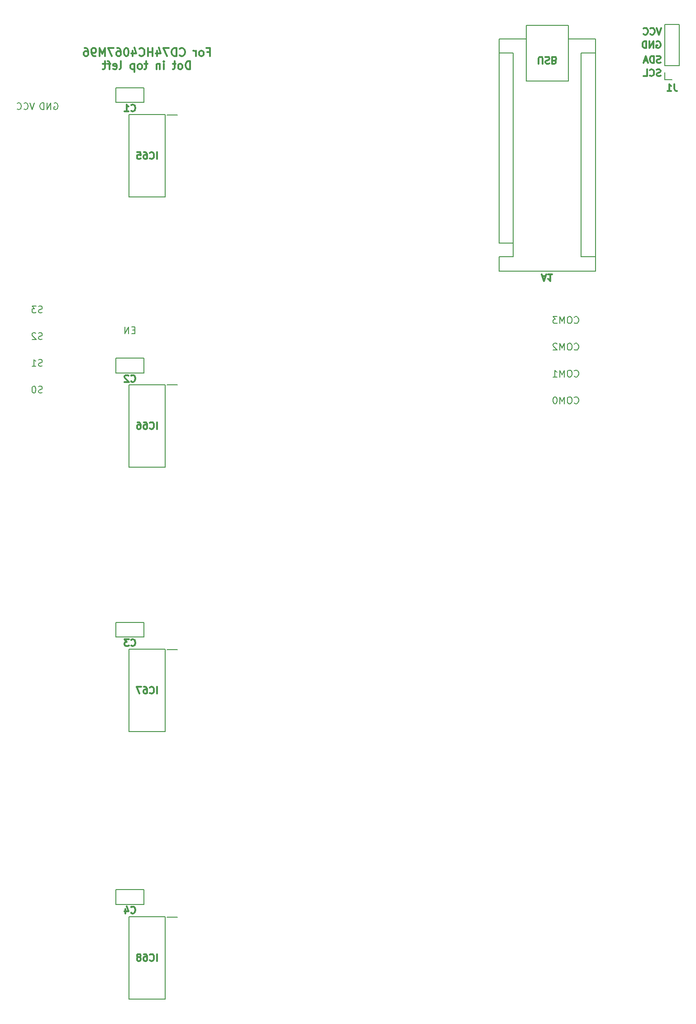
<source format=gbo>
G04 #@! TF.GenerationSoftware,KiCad,Pcbnew,8.0.8*
G04 #@! TF.CreationDate,2025-02-02T20:06:00-05:00*
G04 #@! TF.ProjectId,Chessboard Hardware,43686573-7362-46f6-9172-642048617264,1*
G04 #@! TF.SameCoordinates,Original*
G04 #@! TF.FileFunction,Legend,Bot*
G04 #@! TF.FilePolarity,Positive*
%FSLAX46Y46*%
G04 Gerber Fmt 4.6, Leading zero omitted, Abs format (unit mm)*
G04 Created by KiCad (PCBNEW 8.0.8) date 2025-02-02 20:06:00*
%MOMM*%
%LPD*%
G01*
G04 APERTURE LIST*
%ADD10C,0.300000*%
%ADD11C,0.200000*%
%ADD12C,0.304800*%
%ADD13R,1.600000X1.600000*%
%ADD14O,1.600000X1.600000*%
%ADD15R,1.700000X1.700000*%
%ADD16O,1.700000X1.700000*%
%ADD17C,1.600000*%
%ADD18R,1.080000X1.080000*%
%ADD19C,1.080000*%
%ADD20R,2.000000X2.000000*%
%ADD21R,1.950000X0.650000*%
G04 APERTURE END LIST*
D10*
X245335012Y-53619452D02*
X245455965Y-53558976D01*
X245455965Y-53558976D02*
X245637393Y-53558976D01*
X245637393Y-53558976D02*
X245818822Y-53619452D01*
X245818822Y-53619452D02*
X245939774Y-53740404D01*
X245939774Y-53740404D02*
X246000251Y-53861357D01*
X246000251Y-53861357D02*
X246060727Y-54103261D01*
X246060727Y-54103261D02*
X246060727Y-54284690D01*
X246060727Y-54284690D02*
X246000251Y-54526595D01*
X246000251Y-54526595D02*
X245939774Y-54647547D01*
X245939774Y-54647547D02*
X245818822Y-54768500D01*
X245818822Y-54768500D02*
X245637393Y-54828976D01*
X245637393Y-54828976D02*
X245516441Y-54828976D01*
X245516441Y-54828976D02*
X245335012Y-54768500D01*
X245335012Y-54768500D02*
X245274536Y-54708023D01*
X245274536Y-54708023D02*
X245274536Y-54284690D01*
X245274536Y-54284690D02*
X245516441Y-54284690D01*
X244730251Y-54828976D02*
X244730251Y-53558976D01*
X244730251Y-53558976D02*
X244004536Y-54828976D01*
X244004536Y-54828976D02*
X244004536Y-53558976D01*
X243399775Y-54828976D02*
X243399775Y-53558976D01*
X243399775Y-53558976D02*
X243097394Y-53558976D01*
X243097394Y-53558976D02*
X242915965Y-53619452D01*
X242915965Y-53619452D02*
X242795013Y-53740404D01*
X242795013Y-53740404D02*
X242734536Y-53861357D01*
X242734536Y-53861357D02*
X242674060Y-54103261D01*
X242674060Y-54103261D02*
X242674060Y-54284690D01*
X242674060Y-54284690D02*
X242734536Y-54526595D01*
X242734536Y-54526595D02*
X242795013Y-54647547D01*
X242795013Y-54647547D02*
X242915965Y-54768500D01*
X242915965Y-54768500D02*
X243097394Y-54828976D01*
X243097394Y-54828976D02*
X243399775Y-54828976D01*
X246060727Y-57518500D02*
X245879298Y-57578976D01*
X245879298Y-57578976D02*
X245576917Y-57578976D01*
X245576917Y-57578976D02*
X245455965Y-57518500D01*
X245455965Y-57518500D02*
X245395489Y-57458023D01*
X245395489Y-57458023D02*
X245335012Y-57337071D01*
X245335012Y-57337071D02*
X245335012Y-57216119D01*
X245335012Y-57216119D02*
X245395489Y-57095166D01*
X245395489Y-57095166D02*
X245455965Y-57034690D01*
X245455965Y-57034690D02*
X245576917Y-56974214D01*
X245576917Y-56974214D02*
X245818822Y-56913738D01*
X245818822Y-56913738D02*
X245939774Y-56853261D01*
X245939774Y-56853261D02*
X246000251Y-56792785D01*
X246000251Y-56792785D02*
X246060727Y-56671833D01*
X246060727Y-56671833D02*
X246060727Y-56550880D01*
X246060727Y-56550880D02*
X246000251Y-56429928D01*
X246000251Y-56429928D02*
X245939774Y-56369452D01*
X245939774Y-56369452D02*
X245818822Y-56308976D01*
X245818822Y-56308976D02*
X245516441Y-56308976D01*
X245516441Y-56308976D02*
X245335012Y-56369452D01*
X244790727Y-57578976D02*
X244790727Y-56308976D01*
X244790727Y-56308976D02*
X244488346Y-56308976D01*
X244488346Y-56308976D02*
X244306917Y-56369452D01*
X244306917Y-56369452D02*
X244185965Y-56490404D01*
X244185965Y-56490404D02*
X244125488Y-56611357D01*
X244125488Y-56611357D02*
X244065012Y-56853261D01*
X244065012Y-56853261D02*
X244065012Y-57034690D01*
X244065012Y-57034690D02*
X244125488Y-57276595D01*
X244125488Y-57276595D02*
X244185965Y-57397547D01*
X244185965Y-57397547D02*
X244306917Y-57518500D01*
X244306917Y-57518500D02*
X244488346Y-57578976D01*
X244488346Y-57578976D02*
X244790727Y-57578976D01*
X243581203Y-57216119D02*
X242976441Y-57216119D01*
X243702155Y-57578976D02*
X243278822Y-56308976D01*
X243278822Y-56308976D02*
X242855488Y-57578976D01*
X246060727Y-60018500D02*
X245879298Y-60078976D01*
X245879298Y-60078976D02*
X245576917Y-60078976D01*
X245576917Y-60078976D02*
X245455965Y-60018500D01*
X245455965Y-60018500D02*
X245395489Y-59958023D01*
X245395489Y-59958023D02*
X245335012Y-59837071D01*
X245335012Y-59837071D02*
X245335012Y-59716119D01*
X245335012Y-59716119D02*
X245395489Y-59595166D01*
X245395489Y-59595166D02*
X245455965Y-59534690D01*
X245455965Y-59534690D02*
X245576917Y-59474214D01*
X245576917Y-59474214D02*
X245818822Y-59413738D01*
X245818822Y-59413738D02*
X245939774Y-59353261D01*
X245939774Y-59353261D02*
X246000251Y-59292785D01*
X246000251Y-59292785D02*
X246060727Y-59171833D01*
X246060727Y-59171833D02*
X246060727Y-59050880D01*
X246060727Y-59050880D02*
X246000251Y-58929928D01*
X246000251Y-58929928D02*
X245939774Y-58869452D01*
X245939774Y-58869452D02*
X245818822Y-58808976D01*
X245818822Y-58808976D02*
X245516441Y-58808976D01*
X245516441Y-58808976D02*
X245335012Y-58869452D01*
X244065012Y-59958023D02*
X244125488Y-60018500D01*
X244125488Y-60018500D02*
X244306917Y-60078976D01*
X244306917Y-60078976D02*
X244427869Y-60078976D01*
X244427869Y-60078976D02*
X244609298Y-60018500D01*
X244609298Y-60018500D02*
X244730250Y-59897547D01*
X244730250Y-59897547D02*
X244790727Y-59776595D01*
X244790727Y-59776595D02*
X244851203Y-59534690D01*
X244851203Y-59534690D02*
X244851203Y-59353261D01*
X244851203Y-59353261D02*
X244790727Y-59111357D01*
X244790727Y-59111357D02*
X244730250Y-58990404D01*
X244730250Y-58990404D02*
X244609298Y-58869452D01*
X244609298Y-58869452D02*
X244427869Y-58808976D01*
X244427869Y-58808976D02*
X244306917Y-58808976D01*
X244306917Y-58808976D02*
X244125488Y-58869452D01*
X244125488Y-58869452D02*
X244065012Y-58929928D01*
X242915965Y-60078976D02*
X243520727Y-60078976D01*
X243520727Y-60078976D02*
X243520727Y-58808976D01*
D11*
X229947754Y-116213223D02*
X230008230Y-116273700D01*
X230008230Y-116273700D02*
X230189659Y-116334176D01*
X230189659Y-116334176D02*
X230310611Y-116334176D01*
X230310611Y-116334176D02*
X230492040Y-116273700D01*
X230492040Y-116273700D02*
X230612992Y-116152747D01*
X230612992Y-116152747D02*
X230673469Y-116031795D01*
X230673469Y-116031795D02*
X230733945Y-115789890D01*
X230733945Y-115789890D02*
X230733945Y-115608461D01*
X230733945Y-115608461D02*
X230673469Y-115366557D01*
X230673469Y-115366557D02*
X230612992Y-115245604D01*
X230612992Y-115245604D02*
X230492040Y-115124652D01*
X230492040Y-115124652D02*
X230310611Y-115064176D01*
X230310611Y-115064176D02*
X230189659Y-115064176D01*
X230189659Y-115064176D02*
X230008230Y-115124652D01*
X230008230Y-115124652D02*
X229947754Y-115185128D01*
X229161564Y-115064176D02*
X228919659Y-115064176D01*
X228919659Y-115064176D02*
X228798707Y-115124652D01*
X228798707Y-115124652D02*
X228677754Y-115245604D01*
X228677754Y-115245604D02*
X228617278Y-115487509D01*
X228617278Y-115487509D02*
X228617278Y-115910842D01*
X228617278Y-115910842D02*
X228677754Y-116152747D01*
X228677754Y-116152747D02*
X228798707Y-116273700D01*
X228798707Y-116273700D02*
X228919659Y-116334176D01*
X228919659Y-116334176D02*
X229161564Y-116334176D01*
X229161564Y-116334176D02*
X229282516Y-116273700D01*
X229282516Y-116273700D02*
X229403469Y-116152747D01*
X229403469Y-116152747D02*
X229463945Y-115910842D01*
X229463945Y-115910842D02*
X229463945Y-115487509D01*
X229463945Y-115487509D02*
X229403469Y-115245604D01*
X229403469Y-115245604D02*
X229282516Y-115124652D01*
X229282516Y-115124652D02*
X229161564Y-115064176D01*
X228072993Y-116334176D02*
X228072993Y-115064176D01*
X228072993Y-115064176D02*
X227649659Y-115971319D01*
X227649659Y-115971319D02*
X227226326Y-115064176D01*
X227226326Y-115064176D02*
X227226326Y-116334176D01*
X225956325Y-116334176D02*
X226682040Y-116334176D01*
X226319183Y-116334176D02*
X226319183Y-115064176D01*
X226319183Y-115064176D02*
X226440135Y-115245604D01*
X226440135Y-115245604D02*
X226561087Y-115366557D01*
X226561087Y-115366557D02*
X226682040Y-115427033D01*
X130391565Y-104273700D02*
X130210136Y-104334176D01*
X130210136Y-104334176D02*
X129907755Y-104334176D01*
X129907755Y-104334176D02*
X129786803Y-104273700D01*
X129786803Y-104273700D02*
X129726327Y-104213223D01*
X129726327Y-104213223D02*
X129665850Y-104092271D01*
X129665850Y-104092271D02*
X129665850Y-103971319D01*
X129665850Y-103971319D02*
X129726327Y-103850366D01*
X129726327Y-103850366D02*
X129786803Y-103789890D01*
X129786803Y-103789890D02*
X129907755Y-103729414D01*
X129907755Y-103729414D02*
X130149660Y-103668938D01*
X130149660Y-103668938D02*
X130270612Y-103608461D01*
X130270612Y-103608461D02*
X130331089Y-103547985D01*
X130331089Y-103547985D02*
X130391565Y-103427033D01*
X130391565Y-103427033D02*
X130391565Y-103306080D01*
X130391565Y-103306080D02*
X130331089Y-103185128D01*
X130331089Y-103185128D02*
X130270612Y-103124652D01*
X130270612Y-103124652D02*
X130149660Y-103064176D01*
X130149660Y-103064176D02*
X129847279Y-103064176D01*
X129847279Y-103064176D02*
X129665850Y-103124652D01*
X129242517Y-103064176D02*
X128456326Y-103064176D01*
X128456326Y-103064176D02*
X128879660Y-103547985D01*
X128879660Y-103547985D02*
X128698231Y-103547985D01*
X128698231Y-103547985D02*
X128577279Y-103608461D01*
X128577279Y-103608461D02*
X128516803Y-103668938D01*
X128516803Y-103668938D02*
X128456326Y-103789890D01*
X128456326Y-103789890D02*
X128456326Y-104092271D01*
X128456326Y-104092271D02*
X128516803Y-104213223D01*
X128516803Y-104213223D02*
X128577279Y-104273700D01*
X128577279Y-104273700D02*
X128698231Y-104334176D01*
X128698231Y-104334176D02*
X129061088Y-104334176D01*
X129061088Y-104334176D02*
X129182041Y-104273700D01*
X129182041Y-104273700D02*
X129242517Y-104213223D01*
D12*
X161284858Y-55545800D02*
X161792858Y-55545800D01*
X161792858Y-56344086D02*
X161792858Y-54820086D01*
X161792858Y-54820086D02*
X161067144Y-54820086D01*
X160268858Y-56344086D02*
X160414001Y-56271515D01*
X160414001Y-56271515D02*
X160486572Y-56198943D01*
X160486572Y-56198943D02*
X160559144Y-56053800D01*
X160559144Y-56053800D02*
X160559144Y-55618372D01*
X160559144Y-55618372D02*
X160486572Y-55473229D01*
X160486572Y-55473229D02*
X160414001Y-55400657D01*
X160414001Y-55400657D02*
X160268858Y-55328086D01*
X160268858Y-55328086D02*
X160051144Y-55328086D01*
X160051144Y-55328086D02*
X159906001Y-55400657D01*
X159906001Y-55400657D02*
X159833430Y-55473229D01*
X159833430Y-55473229D02*
X159760858Y-55618372D01*
X159760858Y-55618372D02*
X159760858Y-56053800D01*
X159760858Y-56053800D02*
X159833430Y-56198943D01*
X159833430Y-56198943D02*
X159906001Y-56271515D01*
X159906001Y-56271515D02*
X160051144Y-56344086D01*
X160051144Y-56344086D02*
X160268858Y-56344086D01*
X159107715Y-56344086D02*
X159107715Y-55328086D01*
X159107715Y-55618372D02*
X159035144Y-55473229D01*
X159035144Y-55473229D02*
X158962573Y-55400657D01*
X158962573Y-55400657D02*
X158817430Y-55328086D01*
X158817430Y-55328086D02*
X158672287Y-55328086D01*
X156132286Y-56198943D02*
X156204858Y-56271515D01*
X156204858Y-56271515D02*
X156422572Y-56344086D01*
X156422572Y-56344086D02*
X156567715Y-56344086D01*
X156567715Y-56344086D02*
X156785429Y-56271515D01*
X156785429Y-56271515D02*
X156930572Y-56126372D01*
X156930572Y-56126372D02*
X157003143Y-55981229D01*
X157003143Y-55981229D02*
X157075715Y-55690943D01*
X157075715Y-55690943D02*
X157075715Y-55473229D01*
X157075715Y-55473229D02*
X157003143Y-55182943D01*
X157003143Y-55182943D02*
X156930572Y-55037800D01*
X156930572Y-55037800D02*
X156785429Y-54892657D01*
X156785429Y-54892657D02*
X156567715Y-54820086D01*
X156567715Y-54820086D02*
X156422572Y-54820086D01*
X156422572Y-54820086D02*
X156204858Y-54892657D01*
X156204858Y-54892657D02*
X156132286Y-54965229D01*
X155479143Y-56344086D02*
X155479143Y-54820086D01*
X155479143Y-54820086D02*
X155116286Y-54820086D01*
X155116286Y-54820086D02*
X154898572Y-54892657D01*
X154898572Y-54892657D02*
X154753429Y-55037800D01*
X154753429Y-55037800D02*
X154680858Y-55182943D01*
X154680858Y-55182943D02*
X154608286Y-55473229D01*
X154608286Y-55473229D02*
X154608286Y-55690943D01*
X154608286Y-55690943D02*
X154680858Y-55981229D01*
X154680858Y-55981229D02*
X154753429Y-56126372D01*
X154753429Y-56126372D02*
X154898572Y-56271515D01*
X154898572Y-56271515D02*
X155116286Y-56344086D01*
X155116286Y-56344086D02*
X155479143Y-56344086D01*
X154100286Y-54820086D02*
X153084286Y-54820086D01*
X153084286Y-54820086D02*
X153737429Y-56344086D01*
X151850572Y-55328086D02*
X151850572Y-56344086D01*
X152213429Y-54747515D02*
X152576286Y-55836086D01*
X152576286Y-55836086D02*
X151632857Y-55836086D01*
X151052285Y-56344086D02*
X151052285Y-54820086D01*
X151052285Y-55545800D02*
X150181428Y-55545800D01*
X150181428Y-56344086D02*
X150181428Y-54820086D01*
X148584857Y-56198943D02*
X148657429Y-56271515D01*
X148657429Y-56271515D02*
X148875143Y-56344086D01*
X148875143Y-56344086D02*
X149020286Y-56344086D01*
X149020286Y-56344086D02*
X149238000Y-56271515D01*
X149238000Y-56271515D02*
X149383143Y-56126372D01*
X149383143Y-56126372D02*
X149455714Y-55981229D01*
X149455714Y-55981229D02*
X149528286Y-55690943D01*
X149528286Y-55690943D02*
X149528286Y-55473229D01*
X149528286Y-55473229D02*
X149455714Y-55182943D01*
X149455714Y-55182943D02*
X149383143Y-55037800D01*
X149383143Y-55037800D02*
X149238000Y-54892657D01*
X149238000Y-54892657D02*
X149020286Y-54820086D01*
X149020286Y-54820086D02*
X148875143Y-54820086D01*
X148875143Y-54820086D02*
X148657429Y-54892657D01*
X148657429Y-54892657D02*
X148584857Y-54965229D01*
X147278572Y-55328086D02*
X147278572Y-56344086D01*
X147641429Y-54747515D02*
X148004286Y-55836086D01*
X148004286Y-55836086D02*
X147060857Y-55836086D01*
X146190000Y-54820086D02*
X146044857Y-54820086D01*
X146044857Y-54820086D02*
X145899714Y-54892657D01*
X145899714Y-54892657D02*
X145827143Y-54965229D01*
X145827143Y-54965229D02*
X145754571Y-55110372D01*
X145754571Y-55110372D02*
X145682000Y-55400657D01*
X145682000Y-55400657D02*
X145682000Y-55763515D01*
X145682000Y-55763515D02*
X145754571Y-56053800D01*
X145754571Y-56053800D02*
X145827143Y-56198943D01*
X145827143Y-56198943D02*
X145899714Y-56271515D01*
X145899714Y-56271515D02*
X146044857Y-56344086D01*
X146044857Y-56344086D02*
X146190000Y-56344086D01*
X146190000Y-56344086D02*
X146335143Y-56271515D01*
X146335143Y-56271515D02*
X146407714Y-56198943D01*
X146407714Y-56198943D02*
X146480285Y-56053800D01*
X146480285Y-56053800D02*
X146552857Y-55763515D01*
X146552857Y-55763515D02*
X146552857Y-55400657D01*
X146552857Y-55400657D02*
X146480285Y-55110372D01*
X146480285Y-55110372D02*
X146407714Y-54965229D01*
X146407714Y-54965229D02*
X146335143Y-54892657D01*
X146335143Y-54892657D02*
X146190000Y-54820086D01*
X144375714Y-54820086D02*
X144665999Y-54820086D01*
X144665999Y-54820086D02*
X144811142Y-54892657D01*
X144811142Y-54892657D02*
X144883714Y-54965229D01*
X144883714Y-54965229D02*
X145028856Y-55182943D01*
X145028856Y-55182943D02*
X145101428Y-55473229D01*
X145101428Y-55473229D02*
X145101428Y-56053800D01*
X145101428Y-56053800D02*
X145028856Y-56198943D01*
X145028856Y-56198943D02*
X144956285Y-56271515D01*
X144956285Y-56271515D02*
X144811142Y-56344086D01*
X144811142Y-56344086D02*
X144520856Y-56344086D01*
X144520856Y-56344086D02*
X144375714Y-56271515D01*
X144375714Y-56271515D02*
X144303142Y-56198943D01*
X144303142Y-56198943D02*
X144230571Y-56053800D01*
X144230571Y-56053800D02*
X144230571Y-55690943D01*
X144230571Y-55690943D02*
X144303142Y-55545800D01*
X144303142Y-55545800D02*
X144375714Y-55473229D01*
X144375714Y-55473229D02*
X144520856Y-55400657D01*
X144520856Y-55400657D02*
X144811142Y-55400657D01*
X144811142Y-55400657D02*
X144956285Y-55473229D01*
X144956285Y-55473229D02*
X145028856Y-55545800D01*
X145028856Y-55545800D02*
X145101428Y-55690943D01*
X143722570Y-54820086D02*
X142706570Y-54820086D01*
X142706570Y-54820086D02*
X143359713Y-56344086D01*
X142125998Y-56344086D02*
X142125998Y-54820086D01*
X142125998Y-54820086D02*
X141617998Y-55908657D01*
X141617998Y-55908657D02*
X141109998Y-54820086D01*
X141109998Y-54820086D02*
X141109998Y-56344086D01*
X140311713Y-56344086D02*
X140021427Y-56344086D01*
X140021427Y-56344086D02*
X139876284Y-56271515D01*
X139876284Y-56271515D02*
X139803713Y-56198943D01*
X139803713Y-56198943D02*
X139658570Y-55981229D01*
X139658570Y-55981229D02*
X139585999Y-55690943D01*
X139585999Y-55690943D02*
X139585999Y-55110372D01*
X139585999Y-55110372D02*
X139658570Y-54965229D01*
X139658570Y-54965229D02*
X139731142Y-54892657D01*
X139731142Y-54892657D02*
X139876284Y-54820086D01*
X139876284Y-54820086D02*
X140166570Y-54820086D01*
X140166570Y-54820086D02*
X140311713Y-54892657D01*
X140311713Y-54892657D02*
X140384284Y-54965229D01*
X140384284Y-54965229D02*
X140456856Y-55110372D01*
X140456856Y-55110372D02*
X140456856Y-55473229D01*
X140456856Y-55473229D02*
X140384284Y-55618372D01*
X140384284Y-55618372D02*
X140311713Y-55690943D01*
X140311713Y-55690943D02*
X140166570Y-55763515D01*
X140166570Y-55763515D02*
X139876284Y-55763515D01*
X139876284Y-55763515D02*
X139731142Y-55690943D01*
X139731142Y-55690943D02*
X139658570Y-55618372D01*
X139658570Y-55618372D02*
X139585999Y-55473229D01*
X138279713Y-54820086D02*
X138569998Y-54820086D01*
X138569998Y-54820086D02*
X138715141Y-54892657D01*
X138715141Y-54892657D02*
X138787713Y-54965229D01*
X138787713Y-54965229D02*
X138932855Y-55182943D01*
X138932855Y-55182943D02*
X139005427Y-55473229D01*
X139005427Y-55473229D02*
X139005427Y-56053800D01*
X139005427Y-56053800D02*
X138932855Y-56198943D01*
X138932855Y-56198943D02*
X138860284Y-56271515D01*
X138860284Y-56271515D02*
X138715141Y-56344086D01*
X138715141Y-56344086D02*
X138424855Y-56344086D01*
X138424855Y-56344086D02*
X138279713Y-56271515D01*
X138279713Y-56271515D02*
X138207141Y-56198943D01*
X138207141Y-56198943D02*
X138134570Y-56053800D01*
X138134570Y-56053800D02*
X138134570Y-55690943D01*
X138134570Y-55690943D02*
X138207141Y-55545800D01*
X138207141Y-55545800D02*
X138279713Y-55473229D01*
X138279713Y-55473229D02*
X138424855Y-55400657D01*
X138424855Y-55400657D02*
X138715141Y-55400657D01*
X138715141Y-55400657D02*
X138860284Y-55473229D01*
X138860284Y-55473229D02*
X138932855Y-55545800D01*
X138932855Y-55545800D02*
X139005427Y-55690943D01*
X158055427Y-58797641D02*
X158055427Y-57273641D01*
X158055427Y-57273641D02*
X157692570Y-57273641D01*
X157692570Y-57273641D02*
X157474856Y-57346212D01*
X157474856Y-57346212D02*
X157329713Y-57491355D01*
X157329713Y-57491355D02*
X157257142Y-57636498D01*
X157257142Y-57636498D02*
X157184570Y-57926784D01*
X157184570Y-57926784D02*
X157184570Y-58144498D01*
X157184570Y-58144498D02*
X157257142Y-58434784D01*
X157257142Y-58434784D02*
X157329713Y-58579927D01*
X157329713Y-58579927D02*
X157474856Y-58725070D01*
X157474856Y-58725070D02*
X157692570Y-58797641D01*
X157692570Y-58797641D02*
X158055427Y-58797641D01*
X156313713Y-58797641D02*
X156458856Y-58725070D01*
X156458856Y-58725070D02*
X156531427Y-58652498D01*
X156531427Y-58652498D02*
X156603999Y-58507355D01*
X156603999Y-58507355D02*
X156603999Y-58071927D01*
X156603999Y-58071927D02*
X156531427Y-57926784D01*
X156531427Y-57926784D02*
X156458856Y-57854212D01*
X156458856Y-57854212D02*
X156313713Y-57781641D01*
X156313713Y-57781641D02*
X156095999Y-57781641D01*
X156095999Y-57781641D02*
X155950856Y-57854212D01*
X155950856Y-57854212D02*
X155878285Y-57926784D01*
X155878285Y-57926784D02*
X155805713Y-58071927D01*
X155805713Y-58071927D02*
X155805713Y-58507355D01*
X155805713Y-58507355D02*
X155878285Y-58652498D01*
X155878285Y-58652498D02*
X155950856Y-58725070D01*
X155950856Y-58725070D02*
X156095999Y-58797641D01*
X156095999Y-58797641D02*
X156313713Y-58797641D01*
X155370285Y-57781641D02*
X154789713Y-57781641D01*
X155152570Y-57273641D02*
X155152570Y-58579927D01*
X155152570Y-58579927D02*
X155079999Y-58725070D01*
X155079999Y-58725070D02*
X154934856Y-58797641D01*
X154934856Y-58797641D02*
X154789713Y-58797641D01*
X153120570Y-58797641D02*
X153120570Y-57781641D01*
X153120570Y-57273641D02*
X153193142Y-57346212D01*
X153193142Y-57346212D02*
X153120570Y-57418784D01*
X153120570Y-57418784D02*
X153047999Y-57346212D01*
X153047999Y-57346212D02*
X153120570Y-57273641D01*
X153120570Y-57273641D02*
X153120570Y-57418784D01*
X152394856Y-57781641D02*
X152394856Y-58797641D01*
X152394856Y-57926784D02*
X152322285Y-57854212D01*
X152322285Y-57854212D02*
X152177142Y-57781641D01*
X152177142Y-57781641D02*
X151959428Y-57781641D01*
X151959428Y-57781641D02*
X151814285Y-57854212D01*
X151814285Y-57854212D02*
X151741714Y-57999355D01*
X151741714Y-57999355D02*
X151741714Y-58797641D01*
X150072571Y-57781641D02*
X149491999Y-57781641D01*
X149854856Y-57273641D02*
X149854856Y-58579927D01*
X149854856Y-58579927D02*
X149782285Y-58725070D01*
X149782285Y-58725070D02*
X149637142Y-58797641D01*
X149637142Y-58797641D02*
X149491999Y-58797641D01*
X148766285Y-58797641D02*
X148911428Y-58725070D01*
X148911428Y-58725070D02*
X148983999Y-58652498D01*
X148983999Y-58652498D02*
X149056571Y-58507355D01*
X149056571Y-58507355D02*
X149056571Y-58071927D01*
X149056571Y-58071927D02*
X148983999Y-57926784D01*
X148983999Y-57926784D02*
X148911428Y-57854212D01*
X148911428Y-57854212D02*
X148766285Y-57781641D01*
X148766285Y-57781641D02*
X148548571Y-57781641D01*
X148548571Y-57781641D02*
X148403428Y-57854212D01*
X148403428Y-57854212D02*
X148330857Y-57926784D01*
X148330857Y-57926784D02*
X148258285Y-58071927D01*
X148258285Y-58071927D02*
X148258285Y-58507355D01*
X148258285Y-58507355D02*
X148330857Y-58652498D01*
X148330857Y-58652498D02*
X148403428Y-58725070D01*
X148403428Y-58725070D02*
X148548571Y-58797641D01*
X148548571Y-58797641D02*
X148766285Y-58797641D01*
X147605142Y-57781641D02*
X147605142Y-59305641D01*
X147605142Y-57854212D02*
X147460000Y-57781641D01*
X147460000Y-57781641D02*
X147169714Y-57781641D01*
X147169714Y-57781641D02*
X147024571Y-57854212D01*
X147024571Y-57854212D02*
X146952000Y-57926784D01*
X146952000Y-57926784D02*
X146879428Y-58071927D01*
X146879428Y-58071927D02*
X146879428Y-58507355D01*
X146879428Y-58507355D02*
X146952000Y-58652498D01*
X146952000Y-58652498D02*
X147024571Y-58725070D01*
X147024571Y-58725070D02*
X147169714Y-58797641D01*
X147169714Y-58797641D02*
X147460000Y-58797641D01*
X147460000Y-58797641D02*
X147605142Y-58725070D01*
X144847428Y-58797641D02*
X144992571Y-58725070D01*
X144992571Y-58725070D02*
X145065142Y-58579927D01*
X145065142Y-58579927D02*
X145065142Y-57273641D01*
X143686285Y-58725070D02*
X143831428Y-58797641D01*
X143831428Y-58797641D02*
X144121714Y-58797641D01*
X144121714Y-58797641D02*
X144266856Y-58725070D01*
X144266856Y-58725070D02*
X144339428Y-58579927D01*
X144339428Y-58579927D02*
X144339428Y-57999355D01*
X144339428Y-57999355D02*
X144266856Y-57854212D01*
X144266856Y-57854212D02*
X144121714Y-57781641D01*
X144121714Y-57781641D02*
X143831428Y-57781641D01*
X143831428Y-57781641D02*
X143686285Y-57854212D01*
X143686285Y-57854212D02*
X143613714Y-57999355D01*
X143613714Y-57999355D02*
X143613714Y-58144498D01*
X143613714Y-58144498D02*
X144339428Y-58289641D01*
X143178285Y-57781641D02*
X142597713Y-57781641D01*
X142960570Y-58797641D02*
X142960570Y-57491355D01*
X142960570Y-57491355D02*
X142887999Y-57346212D01*
X142887999Y-57346212D02*
X142742856Y-57273641D01*
X142742856Y-57273641D02*
X142597713Y-57273641D01*
X142307428Y-57781641D02*
X141726856Y-57781641D01*
X142089713Y-57273641D02*
X142089713Y-58579927D01*
X142089713Y-58579927D02*
X142017142Y-58725070D01*
X142017142Y-58725070D02*
X141871999Y-58797641D01*
X141871999Y-58797641D02*
X141726856Y-58797641D01*
D11*
X128947469Y-65064176D02*
X128524136Y-66334176D01*
X128524136Y-66334176D02*
X128100802Y-65064176D01*
X126951755Y-66213223D02*
X127012231Y-66273700D01*
X127012231Y-66273700D02*
X127193660Y-66334176D01*
X127193660Y-66334176D02*
X127314612Y-66334176D01*
X127314612Y-66334176D02*
X127496041Y-66273700D01*
X127496041Y-66273700D02*
X127616993Y-66152747D01*
X127616993Y-66152747D02*
X127677470Y-66031795D01*
X127677470Y-66031795D02*
X127737946Y-65789890D01*
X127737946Y-65789890D02*
X127737946Y-65608461D01*
X127737946Y-65608461D02*
X127677470Y-65366557D01*
X127677470Y-65366557D02*
X127616993Y-65245604D01*
X127616993Y-65245604D02*
X127496041Y-65124652D01*
X127496041Y-65124652D02*
X127314612Y-65064176D01*
X127314612Y-65064176D02*
X127193660Y-65064176D01*
X127193660Y-65064176D02*
X127012231Y-65124652D01*
X127012231Y-65124652D02*
X126951755Y-65185128D01*
X125681755Y-66213223D02*
X125742231Y-66273700D01*
X125742231Y-66273700D02*
X125923660Y-66334176D01*
X125923660Y-66334176D02*
X126044612Y-66334176D01*
X126044612Y-66334176D02*
X126226041Y-66273700D01*
X126226041Y-66273700D02*
X126346993Y-66152747D01*
X126346993Y-66152747D02*
X126407470Y-66031795D01*
X126407470Y-66031795D02*
X126467946Y-65789890D01*
X126467946Y-65789890D02*
X126467946Y-65608461D01*
X126467946Y-65608461D02*
X126407470Y-65366557D01*
X126407470Y-65366557D02*
X126346993Y-65245604D01*
X126346993Y-65245604D02*
X126226041Y-65124652D01*
X126226041Y-65124652D02*
X126044612Y-65064176D01*
X126044612Y-65064176D02*
X125923660Y-65064176D01*
X125923660Y-65064176D02*
X125742231Y-65124652D01*
X125742231Y-65124652D02*
X125681755Y-65185128D01*
X229947754Y-121213223D02*
X230008230Y-121273700D01*
X230008230Y-121273700D02*
X230189659Y-121334176D01*
X230189659Y-121334176D02*
X230310611Y-121334176D01*
X230310611Y-121334176D02*
X230492040Y-121273700D01*
X230492040Y-121273700D02*
X230612992Y-121152747D01*
X230612992Y-121152747D02*
X230673469Y-121031795D01*
X230673469Y-121031795D02*
X230733945Y-120789890D01*
X230733945Y-120789890D02*
X230733945Y-120608461D01*
X230733945Y-120608461D02*
X230673469Y-120366557D01*
X230673469Y-120366557D02*
X230612992Y-120245604D01*
X230612992Y-120245604D02*
X230492040Y-120124652D01*
X230492040Y-120124652D02*
X230310611Y-120064176D01*
X230310611Y-120064176D02*
X230189659Y-120064176D01*
X230189659Y-120064176D02*
X230008230Y-120124652D01*
X230008230Y-120124652D02*
X229947754Y-120185128D01*
X229161564Y-120064176D02*
X228919659Y-120064176D01*
X228919659Y-120064176D02*
X228798707Y-120124652D01*
X228798707Y-120124652D02*
X228677754Y-120245604D01*
X228677754Y-120245604D02*
X228617278Y-120487509D01*
X228617278Y-120487509D02*
X228617278Y-120910842D01*
X228617278Y-120910842D02*
X228677754Y-121152747D01*
X228677754Y-121152747D02*
X228798707Y-121273700D01*
X228798707Y-121273700D02*
X228919659Y-121334176D01*
X228919659Y-121334176D02*
X229161564Y-121334176D01*
X229161564Y-121334176D02*
X229282516Y-121273700D01*
X229282516Y-121273700D02*
X229403469Y-121152747D01*
X229403469Y-121152747D02*
X229463945Y-120910842D01*
X229463945Y-120910842D02*
X229463945Y-120487509D01*
X229463945Y-120487509D02*
X229403469Y-120245604D01*
X229403469Y-120245604D02*
X229282516Y-120124652D01*
X229282516Y-120124652D02*
X229161564Y-120064176D01*
X228072993Y-121334176D02*
X228072993Y-120064176D01*
X228072993Y-120064176D02*
X227649659Y-120971319D01*
X227649659Y-120971319D02*
X227226326Y-120064176D01*
X227226326Y-120064176D02*
X227226326Y-121334176D01*
X226379659Y-120064176D02*
X226258706Y-120064176D01*
X226258706Y-120064176D02*
X226137754Y-120124652D01*
X226137754Y-120124652D02*
X226077278Y-120185128D01*
X226077278Y-120185128D02*
X226016802Y-120306080D01*
X226016802Y-120306080D02*
X225956325Y-120547985D01*
X225956325Y-120547985D02*
X225956325Y-120850366D01*
X225956325Y-120850366D02*
X226016802Y-121092271D01*
X226016802Y-121092271D02*
X226077278Y-121213223D01*
X226077278Y-121213223D02*
X226137754Y-121273700D01*
X226137754Y-121273700D02*
X226258706Y-121334176D01*
X226258706Y-121334176D02*
X226379659Y-121334176D01*
X226379659Y-121334176D02*
X226500611Y-121273700D01*
X226500611Y-121273700D02*
X226561087Y-121213223D01*
X226561087Y-121213223D02*
X226621564Y-121092271D01*
X226621564Y-121092271D02*
X226682040Y-120850366D01*
X226682040Y-120850366D02*
X226682040Y-120547985D01*
X226682040Y-120547985D02*
X226621564Y-120306080D01*
X226621564Y-120306080D02*
X226561087Y-120185128D01*
X226561087Y-120185128D02*
X226500611Y-120124652D01*
X226500611Y-120124652D02*
X226379659Y-120064176D01*
X147716041Y-107568938D02*
X147292707Y-107568938D01*
X147111279Y-108234176D02*
X147716041Y-108234176D01*
X147716041Y-108234176D02*
X147716041Y-106964176D01*
X147716041Y-106964176D02*
X147111279Y-106964176D01*
X146566993Y-108234176D02*
X146566993Y-106964176D01*
X146566993Y-106964176D02*
X145841278Y-108234176D01*
X145841278Y-108234176D02*
X145841278Y-106964176D01*
D10*
X246181679Y-51058976D02*
X245758346Y-52328976D01*
X245758346Y-52328976D02*
X245335012Y-51058976D01*
X244185965Y-52208023D02*
X244246441Y-52268500D01*
X244246441Y-52268500D02*
X244427870Y-52328976D01*
X244427870Y-52328976D02*
X244548822Y-52328976D01*
X244548822Y-52328976D02*
X244730251Y-52268500D01*
X244730251Y-52268500D02*
X244851203Y-52147547D01*
X244851203Y-52147547D02*
X244911680Y-52026595D01*
X244911680Y-52026595D02*
X244972156Y-51784690D01*
X244972156Y-51784690D02*
X244972156Y-51603261D01*
X244972156Y-51603261D02*
X244911680Y-51361357D01*
X244911680Y-51361357D02*
X244851203Y-51240404D01*
X244851203Y-51240404D02*
X244730251Y-51119452D01*
X244730251Y-51119452D02*
X244548822Y-51058976D01*
X244548822Y-51058976D02*
X244427870Y-51058976D01*
X244427870Y-51058976D02*
X244246441Y-51119452D01*
X244246441Y-51119452D02*
X244185965Y-51179928D01*
X242915965Y-52208023D02*
X242976441Y-52268500D01*
X242976441Y-52268500D02*
X243157870Y-52328976D01*
X243157870Y-52328976D02*
X243278822Y-52328976D01*
X243278822Y-52328976D02*
X243460251Y-52268500D01*
X243460251Y-52268500D02*
X243581203Y-52147547D01*
X243581203Y-52147547D02*
X243641680Y-52026595D01*
X243641680Y-52026595D02*
X243702156Y-51784690D01*
X243702156Y-51784690D02*
X243702156Y-51603261D01*
X243702156Y-51603261D02*
X243641680Y-51361357D01*
X243641680Y-51361357D02*
X243581203Y-51240404D01*
X243581203Y-51240404D02*
X243460251Y-51119452D01*
X243460251Y-51119452D02*
X243278822Y-51058976D01*
X243278822Y-51058976D02*
X243157870Y-51058976D01*
X243157870Y-51058976D02*
X242976441Y-51119452D01*
X242976441Y-51119452D02*
X242915965Y-51179928D01*
D11*
X130391565Y-109273700D02*
X130210136Y-109334176D01*
X130210136Y-109334176D02*
X129907755Y-109334176D01*
X129907755Y-109334176D02*
X129786803Y-109273700D01*
X129786803Y-109273700D02*
X129726327Y-109213223D01*
X129726327Y-109213223D02*
X129665850Y-109092271D01*
X129665850Y-109092271D02*
X129665850Y-108971319D01*
X129665850Y-108971319D02*
X129726327Y-108850366D01*
X129726327Y-108850366D02*
X129786803Y-108789890D01*
X129786803Y-108789890D02*
X129907755Y-108729414D01*
X129907755Y-108729414D02*
X130149660Y-108668938D01*
X130149660Y-108668938D02*
X130270612Y-108608461D01*
X130270612Y-108608461D02*
X130331089Y-108547985D01*
X130331089Y-108547985D02*
X130391565Y-108427033D01*
X130391565Y-108427033D02*
X130391565Y-108306080D01*
X130391565Y-108306080D02*
X130331089Y-108185128D01*
X130331089Y-108185128D02*
X130270612Y-108124652D01*
X130270612Y-108124652D02*
X130149660Y-108064176D01*
X130149660Y-108064176D02*
X129847279Y-108064176D01*
X129847279Y-108064176D02*
X129665850Y-108124652D01*
X129182041Y-108185128D02*
X129121565Y-108124652D01*
X129121565Y-108124652D02*
X129000612Y-108064176D01*
X129000612Y-108064176D02*
X128698231Y-108064176D01*
X128698231Y-108064176D02*
X128577279Y-108124652D01*
X128577279Y-108124652D02*
X128516803Y-108185128D01*
X128516803Y-108185128D02*
X128456326Y-108306080D01*
X128456326Y-108306080D02*
X128456326Y-108427033D01*
X128456326Y-108427033D02*
X128516803Y-108608461D01*
X128516803Y-108608461D02*
X129242517Y-109334176D01*
X129242517Y-109334176D02*
X128456326Y-109334176D01*
X229947754Y-111213223D02*
X230008230Y-111273700D01*
X230008230Y-111273700D02*
X230189659Y-111334176D01*
X230189659Y-111334176D02*
X230310611Y-111334176D01*
X230310611Y-111334176D02*
X230492040Y-111273700D01*
X230492040Y-111273700D02*
X230612992Y-111152747D01*
X230612992Y-111152747D02*
X230673469Y-111031795D01*
X230673469Y-111031795D02*
X230733945Y-110789890D01*
X230733945Y-110789890D02*
X230733945Y-110608461D01*
X230733945Y-110608461D02*
X230673469Y-110366557D01*
X230673469Y-110366557D02*
X230612992Y-110245604D01*
X230612992Y-110245604D02*
X230492040Y-110124652D01*
X230492040Y-110124652D02*
X230310611Y-110064176D01*
X230310611Y-110064176D02*
X230189659Y-110064176D01*
X230189659Y-110064176D02*
X230008230Y-110124652D01*
X230008230Y-110124652D02*
X229947754Y-110185128D01*
X229161564Y-110064176D02*
X228919659Y-110064176D01*
X228919659Y-110064176D02*
X228798707Y-110124652D01*
X228798707Y-110124652D02*
X228677754Y-110245604D01*
X228677754Y-110245604D02*
X228617278Y-110487509D01*
X228617278Y-110487509D02*
X228617278Y-110910842D01*
X228617278Y-110910842D02*
X228677754Y-111152747D01*
X228677754Y-111152747D02*
X228798707Y-111273700D01*
X228798707Y-111273700D02*
X228919659Y-111334176D01*
X228919659Y-111334176D02*
X229161564Y-111334176D01*
X229161564Y-111334176D02*
X229282516Y-111273700D01*
X229282516Y-111273700D02*
X229403469Y-111152747D01*
X229403469Y-111152747D02*
X229463945Y-110910842D01*
X229463945Y-110910842D02*
X229463945Y-110487509D01*
X229463945Y-110487509D02*
X229403469Y-110245604D01*
X229403469Y-110245604D02*
X229282516Y-110124652D01*
X229282516Y-110124652D02*
X229161564Y-110064176D01*
X228072993Y-111334176D02*
X228072993Y-110064176D01*
X228072993Y-110064176D02*
X227649659Y-110971319D01*
X227649659Y-110971319D02*
X227226326Y-110064176D01*
X227226326Y-110064176D02*
X227226326Y-111334176D01*
X226682040Y-110185128D02*
X226621564Y-110124652D01*
X226621564Y-110124652D02*
X226500611Y-110064176D01*
X226500611Y-110064176D02*
X226198230Y-110064176D01*
X226198230Y-110064176D02*
X226077278Y-110124652D01*
X226077278Y-110124652D02*
X226016802Y-110185128D01*
X226016802Y-110185128D02*
X225956325Y-110306080D01*
X225956325Y-110306080D02*
X225956325Y-110427033D01*
X225956325Y-110427033D02*
X226016802Y-110608461D01*
X226016802Y-110608461D02*
X226742516Y-111334176D01*
X226742516Y-111334176D02*
X225956325Y-111334176D01*
X132600802Y-65124652D02*
X132721755Y-65064176D01*
X132721755Y-65064176D02*
X132903183Y-65064176D01*
X132903183Y-65064176D02*
X133084612Y-65124652D01*
X133084612Y-65124652D02*
X133205564Y-65245604D01*
X133205564Y-65245604D02*
X133266041Y-65366557D01*
X133266041Y-65366557D02*
X133326517Y-65608461D01*
X133326517Y-65608461D02*
X133326517Y-65789890D01*
X133326517Y-65789890D02*
X133266041Y-66031795D01*
X133266041Y-66031795D02*
X133205564Y-66152747D01*
X133205564Y-66152747D02*
X133084612Y-66273700D01*
X133084612Y-66273700D02*
X132903183Y-66334176D01*
X132903183Y-66334176D02*
X132782231Y-66334176D01*
X132782231Y-66334176D02*
X132600802Y-66273700D01*
X132600802Y-66273700D02*
X132540326Y-66213223D01*
X132540326Y-66213223D02*
X132540326Y-65789890D01*
X132540326Y-65789890D02*
X132782231Y-65789890D01*
X131996041Y-66334176D02*
X131996041Y-65064176D01*
X131996041Y-65064176D02*
X131270326Y-66334176D01*
X131270326Y-66334176D02*
X131270326Y-65064176D01*
X130665565Y-66334176D02*
X130665565Y-65064176D01*
X130665565Y-65064176D02*
X130363184Y-65064176D01*
X130363184Y-65064176D02*
X130181755Y-65124652D01*
X130181755Y-65124652D02*
X130060803Y-65245604D01*
X130060803Y-65245604D02*
X130000326Y-65366557D01*
X130000326Y-65366557D02*
X129939850Y-65608461D01*
X129939850Y-65608461D02*
X129939850Y-65789890D01*
X129939850Y-65789890D02*
X130000326Y-66031795D01*
X130000326Y-66031795D02*
X130060803Y-66152747D01*
X130060803Y-66152747D02*
X130181755Y-66273700D01*
X130181755Y-66273700D02*
X130363184Y-66334176D01*
X130363184Y-66334176D02*
X130665565Y-66334176D01*
X130391565Y-114273700D02*
X130210136Y-114334176D01*
X130210136Y-114334176D02*
X129907755Y-114334176D01*
X129907755Y-114334176D02*
X129786803Y-114273700D01*
X129786803Y-114273700D02*
X129726327Y-114213223D01*
X129726327Y-114213223D02*
X129665850Y-114092271D01*
X129665850Y-114092271D02*
X129665850Y-113971319D01*
X129665850Y-113971319D02*
X129726327Y-113850366D01*
X129726327Y-113850366D02*
X129786803Y-113789890D01*
X129786803Y-113789890D02*
X129907755Y-113729414D01*
X129907755Y-113729414D02*
X130149660Y-113668938D01*
X130149660Y-113668938D02*
X130270612Y-113608461D01*
X130270612Y-113608461D02*
X130331089Y-113547985D01*
X130331089Y-113547985D02*
X130391565Y-113427033D01*
X130391565Y-113427033D02*
X130391565Y-113306080D01*
X130391565Y-113306080D02*
X130331089Y-113185128D01*
X130331089Y-113185128D02*
X130270612Y-113124652D01*
X130270612Y-113124652D02*
X130149660Y-113064176D01*
X130149660Y-113064176D02*
X129847279Y-113064176D01*
X129847279Y-113064176D02*
X129665850Y-113124652D01*
X128456326Y-114334176D02*
X129182041Y-114334176D01*
X128819184Y-114334176D02*
X128819184Y-113064176D01*
X128819184Y-113064176D02*
X128940136Y-113245604D01*
X128940136Y-113245604D02*
X129061088Y-113366557D01*
X129061088Y-113366557D02*
X129182041Y-113427033D01*
X130391565Y-119273700D02*
X130210136Y-119334176D01*
X130210136Y-119334176D02*
X129907755Y-119334176D01*
X129907755Y-119334176D02*
X129786803Y-119273700D01*
X129786803Y-119273700D02*
X129726327Y-119213223D01*
X129726327Y-119213223D02*
X129665850Y-119092271D01*
X129665850Y-119092271D02*
X129665850Y-118971319D01*
X129665850Y-118971319D02*
X129726327Y-118850366D01*
X129726327Y-118850366D02*
X129786803Y-118789890D01*
X129786803Y-118789890D02*
X129907755Y-118729414D01*
X129907755Y-118729414D02*
X130149660Y-118668938D01*
X130149660Y-118668938D02*
X130270612Y-118608461D01*
X130270612Y-118608461D02*
X130331089Y-118547985D01*
X130331089Y-118547985D02*
X130391565Y-118427033D01*
X130391565Y-118427033D02*
X130391565Y-118306080D01*
X130391565Y-118306080D02*
X130331089Y-118185128D01*
X130331089Y-118185128D02*
X130270612Y-118124652D01*
X130270612Y-118124652D02*
X130149660Y-118064176D01*
X130149660Y-118064176D02*
X129847279Y-118064176D01*
X129847279Y-118064176D02*
X129665850Y-118124652D01*
X128879660Y-118064176D02*
X128758707Y-118064176D01*
X128758707Y-118064176D02*
X128637755Y-118124652D01*
X128637755Y-118124652D02*
X128577279Y-118185128D01*
X128577279Y-118185128D02*
X128516803Y-118306080D01*
X128516803Y-118306080D02*
X128456326Y-118547985D01*
X128456326Y-118547985D02*
X128456326Y-118850366D01*
X128456326Y-118850366D02*
X128516803Y-119092271D01*
X128516803Y-119092271D02*
X128577279Y-119213223D01*
X128577279Y-119213223D02*
X128637755Y-119273700D01*
X128637755Y-119273700D02*
X128758707Y-119334176D01*
X128758707Y-119334176D02*
X128879660Y-119334176D01*
X128879660Y-119334176D02*
X129000612Y-119273700D01*
X129000612Y-119273700D02*
X129061088Y-119213223D01*
X129061088Y-119213223D02*
X129121565Y-119092271D01*
X129121565Y-119092271D02*
X129182041Y-118850366D01*
X129182041Y-118850366D02*
X129182041Y-118547985D01*
X129182041Y-118547985D02*
X129121565Y-118306080D01*
X129121565Y-118306080D02*
X129061088Y-118185128D01*
X129061088Y-118185128D02*
X129000612Y-118124652D01*
X129000612Y-118124652D02*
X128879660Y-118064176D01*
X229947754Y-106213223D02*
X230008230Y-106273700D01*
X230008230Y-106273700D02*
X230189659Y-106334176D01*
X230189659Y-106334176D02*
X230310611Y-106334176D01*
X230310611Y-106334176D02*
X230492040Y-106273700D01*
X230492040Y-106273700D02*
X230612992Y-106152747D01*
X230612992Y-106152747D02*
X230673469Y-106031795D01*
X230673469Y-106031795D02*
X230733945Y-105789890D01*
X230733945Y-105789890D02*
X230733945Y-105608461D01*
X230733945Y-105608461D02*
X230673469Y-105366557D01*
X230673469Y-105366557D02*
X230612992Y-105245604D01*
X230612992Y-105245604D02*
X230492040Y-105124652D01*
X230492040Y-105124652D02*
X230310611Y-105064176D01*
X230310611Y-105064176D02*
X230189659Y-105064176D01*
X230189659Y-105064176D02*
X230008230Y-105124652D01*
X230008230Y-105124652D02*
X229947754Y-105185128D01*
X229161564Y-105064176D02*
X228919659Y-105064176D01*
X228919659Y-105064176D02*
X228798707Y-105124652D01*
X228798707Y-105124652D02*
X228677754Y-105245604D01*
X228677754Y-105245604D02*
X228617278Y-105487509D01*
X228617278Y-105487509D02*
X228617278Y-105910842D01*
X228617278Y-105910842D02*
X228677754Y-106152747D01*
X228677754Y-106152747D02*
X228798707Y-106273700D01*
X228798707Y-106273700D02*
X228919659Y-106334176D01*
X228919659Y-106334176D02*
X229161564Y-106334176D01*
X229161564Y-106334176D02*
X229282516Y-106273700D01*
X229282516Y-106273700D02*
X229403469Y-106152747D01*
X229403469Y-106152747D02*
X229463945Y-105910842D01*
X229463945Y-105910842D02*
X229463945Y-105487509D01*
X229463945Y-105487509D02*
X229403469Y-105245604D01*
X229403469Y-105245604D02*
X229282516Y-105124652D01*
X229282516Y-105124652D02*
X229161564Y-105064176D01*
X228072993Y-106334176D02*
X228072993Y-105064176D01*
X228072993Y-105064176D02*
X227649659Y-105971319D01*
X227649659Y-105971319D02*
X227226326Y-105064176D01*
X227226326Y-105064176D02*
X227226326Y-106334176D01*
X226742516Y-105064176D02*
X225956325Y-105064176D01*
X225956325Y-105064176D02*
X226379659Y-105547985D01*
X226379659Y-105547985D02*
X226198230Y-105547985D01*
X226198230Y-105547985D02*
X226077278Y-105608461D01*
X226077278Y-105608461D02*
X226016802Y-105668938D01*
X226016802Y-105668938D02*
X225956325Y-105789890D01*
X225956325Y-105789890D02*
X225956325Y-106092271D01*
X225956325Y-106092271D02*
X226016802Y-106213223D01*
X226016802Y-106213223D02*
X226077278Y-106273700D01*
X226077278Y-106273700D02*
X226198230Y-106334176D01*
X226198230Y-106334176D02*
X226561087Y-106334176D01*
X226561087Y-106334176D02*
X226682040Y-106273700D01*
X226682040Y-106273700D02*
X226742516Y-106213223D01*
D10*
X223962857Y-97490930D02*
X224567619Y-97490930D01*
X223841905Y-97128073D02*
X224265238Y-98398073D01*
X224265238Y-98398073D02*
X224688572Y-97128073D01*
X225777143Y-97128073D02*
X225051428Y-97128073D01*
X225414285Y-97128073D02*
X225414285Y-98398073D01*
X225414285Y-98398073D02*
X225293333Y-98216645D01*
X225293333Y-98216645D02*
X225172381Y-98095692D01*
X225172381Y-98095692D02*
X225051428Y-98035216D01*
X223267380Y-57758073D02*
X223267380Y-56729978D01*
X223267380Y-56729978D02*
X223327857Y-56609026D01*
X223327857Y-56609026D02*
X223388333Y-56548550D01*
X223388333Y-56548550D02*
X223509285Y-56488073D01*
X223509285Y-56488073D02*
X223751190Y-56488073D01*
X223751190Y-56488073D02*
X223872142Y-56548550D01*
X223872142Y-56548550D02*
X223932619Y-56609026D01*
X223932619Y-56609026D02*
X223993095Y-56729978D01*
X223993095Y-56729978D02*
X223993095Y-57758073D01*
X224537380Y-56548550D02*
X224718809Y-56488073D01*
X224718809Y-56488073D02*
X225021190Y-56488073D01*
X225021190Y-56488073D02*
X225142142Y-56548550D01*
X225142142Y-56548550D02*
X225202618Y-56609026D01*
X225202618Y-56609026D02*
X225263095Y-56729978D01*
X225263095Y-56729978D02*
X225263095Y-56850930D01*
X225263095Y-56850930D02*
X225202618Y-56971883D01*
X225202618Y-56971883D02*
X225142142Y-57032359D01*
X225142142Y-57032359D02*
X225021190Y-57092835D01*
X225021190Y-57092835D02*
X224779285Y-57153311D01*
X224779285Y-57153311D02*
X224658333Y-57213788D01*
X224658333Y-57213788D02*
X224597856Y-57274264D01*
X224597856Y-57274264D02*
X224537380Y-57395216D01*
X224537380Y-57395216D02*
X224537380Y-57516169D01*
X224537380Y-57516169D02*
X224597856Y-57637121D01*
X224597856Y-57637121D02*
X224658333Y-57697597D01*
X224658333Y-57697597D02*
X224779285Y-57758073D01*
X224779285Y-57758073D02*
X225081666Y-57758073D01*
X225081666Y-57758073D02*
X225263095Y-57697597D01*
X226230714Y-57153311D02*
X226412142Y-57092835D01*
X226412142Y-57092835D02*
X226472619Y-57032359D01*
X226472619Y-57032359D02*
X226533095Y-56911407D01*
X226533095Y-56911407D02*
X226533095Y-56729978D01*
X226533095Y-56729978D02*
X226472619Y-56609026D01*
X226472619Y-56609026D02*
X226412142Y-56548550D01*
X226412142Y-56548550D02*
X226291190Y-56488073D01*
X226291190Y-56488073D02*
X225807380Y-56488073D01*
X225807380Y-56488073D02*
X225807380Y-57758073D01*
X225807380Y-57758073D02*
X226230714Y-57758073D01*
X226230714Y-57758073D02*
X226351666Y-57697597D01*
X226351666Y-57697597D02*
X226412142Y-57637121D01*
X226412142Y-57637121D02*
X226472619Y-57516169D01*
X226472619Y-57516169D02*
X226472619Y-57395216D01*
X226472619Y-57395216D02*
X226412142Y-57274264D01*
X226412142Y-57274264D02*
X226351666Y-57213788D01*
X226351666Y-57213788D02*
X226230714Y-57153311D01*
X226230714Y-57153311D02*
X225807380Y-57153311D01*
X248623332Y-61551926D02*
X248623332Y-62459069D01*
X248623332Y-62459069D02*
X248683809Y-62640497D01*
X248683809Y-62640497D02*
X248804761Y-62761450D01*
X248804761Y-62761450D02*
X248986190Y-62821926D01*
X248986190Y-62821926D02*
X249107142Y-62821926D01*
X247353332Y-62821926D02*
X248079047Y-62821926D01*
X247716190Y-62821926D02*
X247716190Y-61551926D01*
X247716190Y-61551926D02*
X247837142Y-61733354D01*
X247837142Y-61733354D02*
X247958094Y-61854307D01*
X247958094Y-61854307D02*
X248079047Y-61914783D01*
X147011666Y-216550973D02*
X147072142Y-216611450D01*
X147072142Y-216611450D02*
X147253571Y-216671926D01*
X147253571Y-216671926D02*
X147374523Y-216671926D01*
X147374523Y-216671926D02*
X147555952Y-216611450D01*
X147555952Y-216611450D02*
X147676904Y-216490497D01*
X147676904Y-216490497D02*
X147737381Y-216369545D01*
X147737381Y-216369545D02*
X147797857Y-216127640D01*
X147797857Y-216127640D02*
X147797857Y-215946211D01*
X147797857Y-215946211D02*
X147737381Y-215704307D01*
X147737381Y-215704307D02*
X147676904Y-215583354D01*
X147676904Y-215583354D02*
X147555952Y-215462402D01*
X147555952Y-215462402D02*
X147374523Y-215401926D01*
X147374523Y-215401926D02*
X147253571Y-215401926D01*
X147253571Y-215401926D02*
X147072142Y-215462402D01*
X147072142Y-215462402D02*
X147011666Y-215522878D01*
X145923095Y-215825259D02*
X145923095Y-216671926D01*
X146225476Y-215341450D02*
X146527857Y-216248592D01*
X146527857Y-216248592D02*
X145741666Y-216248592D01*
X147011666Y-166550973D02*
X147072142Y-166611450D01*
X147072142Y-166611450D02*
X147253571Y-166671926D01*
X147253571Y-166671926D02*
X147374523Y-166671926D01*
X147374523Y-166671926D02*
X147555952Y-166611450D01*
X147555952Y-166611450D02*
X147676904Y-166490497D01*
X147676904Y-166490497D02*
X147737381Y-166369545D01*
X147737381Y-166369545D02*
X147797857Y-166127640D01*
X147797857Y-166127640D02*
X147797857Y-165946211D01*
X147797857Y-165946211D02*
X147737381Y-165704307D01*
X147737381Y-165704307D02*
X147676904Y-165583354D01*
X147676904Y-165583354D02*
X147555952Y-165462402D01*
X147555952Y-165462402D02*
X147374523Y-165401926D01*
X147374523Y-165401926D02*
X147253571Y-165401926D01*
X147253571Y-165401926D02*
X147072142Y-165462402D01*
X147072142Y-165462402D02*
X147011666Y-165522878D01*
X146588333Y-165401926D02*
X145802142Y-165401926D01*
X145802142Y-165401926D02*
X146225476Y-165885735D01*
X146225476Y-165885735D02*
X146044047Y-165885735D01*
X146044047Y-165885735D02*
X145923095Y-165946211D01*
X145923095Y-165946211D02*
X145862619Y-166006688D01*
X145862619Y-166006688D02*
X145802142Y-166127640D01*
X145802142Y-166127640D02*
X145802142Y-166430021D01*
X145802142Y-166430021D02*
X145862619Y-166550973D01*
X145862619Y-166550973D02*
X145923095Y-166611450D01*
X145923095Y-166611450D02*
X146044047Y-166671926D01*
X146044047Y-166671926D02*
X146406904Y-166671926D01*
X146406904Y-166671926D02*
X146527857Y-166611450D01*
X146527857Y-166611450D02*
X146588333Y-166550973D01*
X147011666Y-117150973D02*
X147072142Y-117211450D01*
X147072142Y-117211450D02*
X147253571Y-117271926D01*
X147253571Y-117271926D02*
X147374523Y-117271926D01*
X147374523Y-117271926D02*
X147555952Y-117211450D01*
X147555952Y-117211450D02*
X147676904Y-117090497D01*
X147676904Y-117090497D02*
X147737381Y-116969545D01*
X147737381Y-116969545D02*
X147797857Y-116727640D01*
X147797857Y-116727640D02*
X147797857Y-116546211D01*
X147797857Y-116546211D02*
X147737381Y-116304307D01*
X147737381Y-116304307D02*
X147676904Y-116183354D01*
X147676904Y-116183354D02*
X147555952Y-116062402D01*
X147555952Y-116062402D02*
X147374523Y-116001926D01*
X147374523Y-116001926D02*
X147253571Y-116001926D01*
X147253571Y-116001926D02*
X147072142Y-116062402D01*
X147072142Y-116062402D02*
X147011666Y-116122878D01*
X146527857Y-116122878D02*
X146467381Y-116062402D01*
X146467381Y-116062402D02*
X146346428Y-116001926D01*
X146346428Y-116001926D02*
X146044047Y-116001926D01*
X146044047Y-116001926D02*
X145923095Y-116062402D01*
X145923095Y-116062402D02*
X145862619Y-116122878D01*
X145862619Y-116122878D02*
X145802142Y-116243830D01*
X145802142Y-116243830D02*
X145802142Y-116364783D01*
X145802142Y-116364783D02*
X145862619Y-116546211D01*
X145862619Y-116546211D02*
X146588333Y-117271926D01*
X146588333Y-117271926D02*
X145802142Y-117271926D01*
X147011666Y-66550973D02*
X147072142Y-66611450D01*
X147072142Y-66611450D02*
X147253571Y-66671926D01*
X147253571Y-66671926D02*
X147374523Y-66671926D01*
X147374523Y-66671926D02*
X147555952Y-66611450D01*
X147555952Y-66611450D02*
X147676904Y-66490497D01*
X147676904Y-66490497D02*
X147737381Y-66369545D01*
X147737381Y-66369545D02*
X147797857Y-66127640D01*
X147797857Y-66127640D02*
X147797857Y-65946211D01*
X147797857Y-65946211D02*
X147737381Y-65704307D01*
X147737381Y-65704307D02*
X147676904Y-65583354D01*
X147676904Y-65583354D02*
X147555952Y-65462402D01*
X147555952Y-65462402D02*
X147374523Y-65401926D01*
X147374523Y-65401926D02*
X147253571Y-65401926D01*
X147253571Y-65401926D02*
X147072142Y-65462402D01*
X147072142Y-65462402D02*
X147011666Y-65522878D01*
X145802142Y-66671926D02*
X146527857Y-66671926D01*
X146165000Y-66671926D02*
X146165000Y-65401926D01*
X146165000Y-65401926D02*
X146285952Y-65583354D01*
X146285952Y-65583354D02*
X146406904Y-65704307D01*
X146406904Y-65704307D02*
X146527857Y-65764783D01*
X151844524Y-175571926D02*
X151844524Y-174301926D01*
X150514047Y-175450973D02*
X150574523Y-175511450D01*
X150574523Y-175511450D02*
X150755952Y-175571926D01*
X150755952Y-175571926D02*
X150876904Y-175571926D01*
X150876904Y-175571926D02*
X151058333Y-175511450D01*
X151058333Y-175511450D02*
X151179285Y-175390497D01*
X151179285Y-175390497D02*
X151239762Y-175269545D01*
X151239762Y-175269545D02*
X151300238Y-175027640D01*
X151300238Y-175027640D02*
X151300238Y-174846211D01*
X151300238Y-174846211D02*
X151239762Y-174604307D01*
X151239762Y-174604307D02*
X151179285Y-174483354D01*
X151179285Y-174483354D02*
X151058333Y-174362402D01*
X151058333Y-174362402D02*
X150876904Y-174301926D01*
X150876904Y-174301926D02*
X150755952Y-174301926D01*
X150755952Y-174301926D02*
X150574523Y-174362402D01*
X150574523Y-174362402D02*
X150514047Y-174422878D01*
X149425476Y-174301926D02*
X149667381Y-174301926D01*
X149667381Y-174301926D02*
X149788333Y-174362402D01*
X149788333Y-174362402D02*
X149848809Y-174422878D01*
X149848809Y-174422878D02*
X149969762Y-174604307D01*
X149969762Y-174604307D02*
X150030238Y-174846211D01*
X150030238Y-174846211D02*
X150030238Y-175330021D01*
X150030238Y-175330021D02*
X149969762Y-175450973D01*
X149969762Y-175450973D02*
X149909285Y-175511450D01*
X149909285Y-175511450D02*
X149788333Y-175571926D01*
X149788333Y-175571926D02*
X149546428Y-175571926D01*
X149546428Y-175571926D02*
X149425476Y-175511450D01*
X149425476Y-175511450D02*
X149365000Y-175450973D01*
X149365000Y-175450973D02*
X149304523Y-175330021D01*
X149304523Y-175330021D02*
X149304523Y-175027640D01*
X149304523Y-175027640D02*
X149365000Y-174906688D01*
X149365000Y-174906688D02*
X149425476Y-174846211D01*
X149425476Y-174846211D02*
X149546428Y-174785735D01*
X149546428Y-174785735D02*
X149788333Y-174785735D01*
X149788333Y-174785735D02*
X149909285Y-174846211D01*
X149909285Y-174846211D02*
X149969762Y-174906688D01*
X149969762Y-174906688D02*
X150030238Y-175027640D01*
X148881190Y-174301926D02*
X148034523Y-174301926D01*
X148034523Y-174301926D02*
X148578809Y-175571926D01*
X151844524Y-225571926D02*
X151844524Y-224301926D01*
X150514047Y-225450973D02*
X150574523Y-225511450D01*
X150574523Y-225511450D02*
X150755952Y-225571926D01*
X150755952Y-225571926D02*
X150876904Y-225571926D01*
X150876904Y-225571926D02*
X151058333Y-225511450D01*
X151058333Y-225511450D02*
X151179285Y-225390497D01*
X151179285Y-225390497D02*
X151239762Y-225269545D01*
X151239762Y-225269545D02*
X151300238Y-225027640D01*
X151300238Y-225027640D02*
X151300238Y-224846211D01*
X151300238Y-224846211D02*
X151239762Y-224604307D01*
X151239762Y-224604307D02*
X151179285Y-224483354D01*
X151179285Y-224483354D02*
X151058333Y-224362402D01*
X151058333Y-224362402D02*
X150876904Y-224301926D01*
X150876904Y-224301926D02*
X150755952Y-224301926D01*
X150755952Y-224301926D02*
X150574523Y-224362402D01*
X150574523Y-224362402D02*
X150514047Y-224422878D01*
X149425476Y-224301926D02*
X149667381Y-224301926D01*
X149667381Y-224301926D02*
X149788333Y-224362402D01*
X149788333Y-224362402D02*
X149848809Y-224422878D01*
X149848809Y-224422878D02*
X149969762Y-224604307D01*
X149969762Y-224604307D02*
X150030238Y-224846211D01*
X150030238Y-224846211D02*
X150030238Y-225330021D01*
X150030238Y-225330021D02*
X149969762Y-225450973D01*
X149969762Y-225450973D02*
X149909285Y-225511450D01*
X149909285Y-225511450D02*
X149788333Y-225571926D01*
X149788333Y-225571926D02*
X149546428Y-225571926D01*
X149546428Y-225571926D02*
X149425476Y-225511450D01*
X149425476Y-225511450D02*
X149365000Y-225450973D01*
X149365000Y-225450973D02*
X149304523Y-225330021D01*
X149304523Y-225330021D02*
X149304523Y-225027640D01*
X149304523Y-225027640D02*
X149365000Y-224906688D01*
X149365000Y-224906688D02*
X149425476Y-224846211D01*
X149425476Y-224846211D02*
X149546428Y-224785735D01*
X149546428Y-224785735D02*
X149788333Y-224785735D01*
X149788333Y-224785735D02*
X149909285Y-224846211D01*
X149909285Y-224846211D02*
X149969762Y-224906688D01*
X149969762Y-224906688D02*
X150030238Y-225027640D01*
X148578809Y-224846211D02*
X148699761Y-224785735D01*
X148699761Y-224785735D02*
X148760238Y-224725259D01*
X148760238Y-224725259D02*
X148820714Y-224604307D01*
X148820714Y-224604307D02*
X148820714Y-224543830D01*
X148820714Y-224543830D02*
X148760238Y-224422878D01*
X148760238Y-224422878D02*
X148699761Y-224362402D01*
X148699761Y-224362402D02*
X148578809Y-224301926D01*
X148578809Y-224301926D02*
X148336904Y-224301926D01*
X148336904Y-224301926D02*
X148215952Y-224362402D01*
X148215952Y-224362402D02*
X148155476Y-224422878D01*
X148155476Y-224422878D02*
X148094999Y-224543830D01*
X148094999Y-224543830D02*
X148094999Y-224604307D01*
X148094999Y-224604307D02*
X148155476Y-224725259D01*
X148155476Y-224725259D02*
X148215952Y-224785735D01*
X148215952Y-224785735D02*
X148336904Y-224846211D01*
X148336904Y-224846211D02*
X148578809Y-224846211D01*
X148578809Y-224846211D02*
X148699761Y-224906688D01*
X148699761Y-224906688D02*
X148760238Y-224967164D01*
X148760238Y-224967164D02*
X148820714Y-225088116D01*
X148820714Y-225088116D02*
X148820714Y-225330021D01*
X148820714Y-225330021D02*
X148760238Y-225450973D01*
X148760238Y-225450973D02*
X148699761Y-225511450D01*
X148699761Y-225511450D02*
X148578809Y-225571926D01*
X148578809Y-225571926D02*
X148336904Y-225571926D01*
X148336904Y-225571926D02*
X148215952Y-225511450D01*
X148215952Y-225511450D02*
X148155476Y-225450973D01*
X148155476Y-225450973D02*
X148094999Y-225330021D01*
X148094999Y-225330021D02*
X148094999Y-225088116D01*
X148094999Y-225088116D02*
X148155476Y-224967164D01*
X148155476Y-224967164D02*
X148215952Y-224906688D01*
X148215952Y-224906688D02*
X148336904Y-224846211D01*
X151844524Y-75571926D02*
X151844524Y-74301926D01*
X150514047Y-75450973D02*
X150574523Y-75511450D01*
X150574523Y-75511450D02*
X150755952Y-75571926D01*
X150755952Y-75571926D02*
X150876904Y-75571926D01*
X150876904Y-75571926D02*
X151058333Y-75511450D01*
X151058333Y-75511450D02*
X151179285Y-75390497D01*
X151179285Y-75390497D02*
X151239762Y-75269545D01*
X151239762Y-75269545D02*
X151300238Y-75027640D01*
X151300238Y-75027640D02*
X151300238Y-74846211D01*
X151300238Y-74846211D02*
X151239762Y-74604307D01*
X151239762Y-74604307D02*
X151179285Y-74483354D01*
X151179285Y-74483354D02*
X151058333Y-74362402D01*
X151058333Y-74362402D02*
X150876904Y-74301926D01*
X150876904Y-74301926D02*
X150755952Y-74301926D01*
X150755952Y-74301926D02*
X150574523Y-74362402D01*
X150574523Y-74362402D02*
X150514047Y-74422878D01*
X149425476Y-74301926D02*
X149667381Y-74301926D01*
X149667381Y-74301926D02*
X149788333Y-74362402D01*
X149788333Y-74362402D02*
X149848809Y-74422878D01*
X149848809Y-74422878D02*
X149969762Y-74604307D01*
X149969762Y-74604307D02*
X150030238Y-74846211D01*
X150030238Y-74846211D02*
X150030238Y-75330021D01*
X150030238Y-75330021D02*
X149969762Y-75450973D01*
X149969762Y-75450973D02*
X149909285Y-75511450D01*
X149909285Y-75511450D02*
X149788333Y-75571926D01*
X149788333Y-75571926D02*
X149546428Y-75571926D01*
X149546428Y-75571926D02*
X149425476Y-75511450D01*
X149425476Y-75511450D02*
X149365000Y-75450973D01*
X149365000Y-75450973D02*
X149304523Y-75330021D01*
X149304523Y-75330021D02*
X149304523Y-75027640D01*
X149304523Y-75027640D02*
X149365000Y-74906688D01*
X149365000Y-74906688D02*
X149425476Y-74846211D01*
X149425476Y-74846211D02*
X149546428Y-74785735D01*
X149546428Y-74785735D02*
X149788333Y-74785735D01*
X149788333Y-74785735D02*
X149909285Y-74846211D01*
X149909285Y-74846211D02*
X149969762Y-74906688D01*
X149969762Y-74906688D02*
X150030238Y-75027640D01*
X148155476Y-74301926D02*
X148760238Y-74301926D01*
X148760238Y-74301926D02*
X148820714Y-74906688D01*
X148820714Y-74906688D02*
X148760238Y-74846211D01*
X148760238Y-74846211D02*
X148639285Y-74785735D01*
X148639285Y-74785735D02*
X148336904Y-74785735D01*
X148336904Y-74785735D02*
X148215952Y-74846211D01*
X148215952Y-74846211D02*
X148155476Y-74906688D01*
X148155476Y-74906688D02*
X148094999Y-75027640D01*
X148094999Y-75027640D02*
X148094999Y-75330021D01*
X148094999Y-75330021D02*
X148155476Y-75450973D01*
X148155476Y-75450973D02*
X148215952Y-75511450D01*
X148215952Y-75511450D02*
X148336904Y-75571926D01*
X148336904Y-75571926D02*
X148639285Y-75571926D01*
X148639285Y-75571926D02*
X148760238Y-75511450D01*
X148760238Y-75511450D02*
X148820714Y-75450973D01*
X151844524Y-126071926D02*
X151844524Y-124801926D01*
X150514047Y-125950973D02*
X150574523Y-126011450D01*
X150574523Y-126011450D02*
X150755952Y-126071926D01*
X150755952Y-126071926D02*
X150876904Y-126071926D01*
X150876904Y-126071926D02*
X151058333Y-126011450D01*
X151058333Y-126011450D02*
X151179285Y-125890497D01*
X151179285Y-125890497D02*
X151239762Y-125769545D01*
X151239762Y-125769545D02*
X151300238Y-125527640D01*
X151300238Y-125527640D02*
X151300238Y-125346211D01*
X151300238Y-125346211D02*
X151239762Y-125104307D01*
X151239762Y-125104307D02*
X151179285Y-124983354D01*
X151179285Y-124983354D02*
X151058333Y-124862402D01*
X151058333Y-124862402D02*
X150876904Y-124801926D01*
X150876904Y-124801926D02*
X150755952Y-124801926D01*
X150755952Y-124801926D02*
X150574523Y-124862402D01*
X150574523Y-124862402D02*
X150514047Y-124922878D01*
X149425476Y-124801926D02*
X149667381Y-124801926D01*
X149667381Y-124801926D02*
X149788333Y-124862402D01*
X149788333Y-124862402D02*
X149848809Y-124922878D01*
X149848809Y-124922878D02*
X149969762Y-125104307D01*
X149969762Y-125104307D02*
X150030238Y-125346211D01*
X150030238Y-125346211D02*
X150030238Y-125830021D01*
X150030238Y-125830021D02*
X149969762Y-125950973D01*
X149969762Y-125950973D02*
X149909285Y-126011450D01*
X149909285Y-126011450D02*
X149788333Y-126071926D01*
X149788333Y-126071926D02*
X149546428Y-126071926D01*
X149546428Y-126071926D02*
X149425476Y-126011450D01*
X149425476Y-126011450D02*
X149365000Y-125950973D01*
X149365000Y-125950973D02*
X149304523Y-125830021D01*
X149304523Y-125830021D02*
X149304523Y-125527640D01*
X149304523Y-125527640D02*
X149365000Y-125406688D01*
X149365000Y-125406688D02*
X149425476Y-125346211D01*
X149425476Y-125346211D02*
X149546428Y-125285735D01*
X149546428Y-125285735D02*
X149788333Y-125285735D01*
X149788333Y-125285735D02*
X149909285Y-125346211D01*
X149909285Y-125346211D02*
X149969762Y-125406688D01*
X149969762Y-125406688D02*
X150030238Y-125527640D01*
X148215952Y-124801926D02*
X148457857Y-124801926D01*
X148457857Y-124801926D02*
X148578809Y-124862402D01*
X148578809Y-124862402D02*
X148639285Y-124922878D01*
X148639285Y-124922878D02*
X148760238Y-125104307D01*
X148760238Y-125104307D02*
X148820714Y-125346211D01*
X148820714Y-125346211D02*
X148820714Y-125830021D01*
X148820714Y-125830021D02*
X148760238Y-125950973D01*
X148760238Y-125950973D02*
X148699761Y-126011450D01*
X148699761Y-126011450D02*
X148578809Y-126071926D01*
X148578809Y-126071926D02*
X148336904Y-126071926D01*
X148336904Y-126071926D02*
X148215952Y-126011450D01*
X148215952Y-126011450D02*
X148155476Y-125950973D01*
X148155476Y-125950973D02*
X148094999Y-125830021D01*
X148094999Y-125830021D02*
X148094999Y-125527640D01*
X148094999Y-125527640D02*
X148155476Y-125406688D01*
X148155476Y-125406688D02*
X148215952Y-125346211D01*
X148215952Y-125346211D02*
X148336904Y-125285735D01*
X148336904Y-125285735D02*
X148578809Y-125285735D01*
X148578809Y-125285735D02*
X148699761Y-125346211D01*
X148699761Y-125346211D02*
X148760238Y-125406688D01*
X148760238Y-125406688D02*
X148820714Y-125527640D01*
D11*
X215850000Y-53120000D02*
X215850000Y-91350000D01*
X215850000Y-55790000D02*
X218520000Y-55790000D01*
X215850000Y-91350000D02*
X218520000Y-91350000D01*
X215850000Y-93890000D02*
X215850000Y-96560000D01*
X215850000Y-93890000D02*
X218520000Y-93890000D01*
X215850000Y-96560000D02*
X233890000Y-96560000D01*
X218520000Y-55790000D02*
X218520000Y-91350000D01*
X218520000Y-93890000D02*
X218520000Y-91350000D01*
X220930000Y-50580000D02*
X228810000Y-50580000D01*
X220930000Y-53120000D02*
X215850000Y-53120000D01*
X220930000Y-61000000D02*
X220930000Y-50580000D01*
X228810000Y-50580000D02*
X228810000Y-61000000D01*
X228810000Y-53120000D02*
X233890000Y-53120000D01*
X228810000Y-61000000D02*
X220930000Y-61000000D01*
X231220000Y-55790000D02*
X231220000Y-93890000D01*
X233890000Y-55790000D02*
X231220000Y-55790000D01*
X233890000Y-93890000D02*
X231220000Y-93890000D01*
X233890000Y-96560000D02*
X233890000Y-53120000D01*
X246870000Y-50450000D02*
X246870000Y-58130000D01*
X246870000Y-60730000D02*
X246870000Y-59400000D01*
X248200000Y-60730000D02*
X246870000Y-60730000D01*
X249530000Y-50450000D02*
X246870000Y-50450000D01*
X249530000Y-50450000D02*
X249530000Y-58130000D01*
X249530000Y-58130000D02*
X246870000Y-58130000D01*
X144180000Y-212230000D02*
X144180000Y-214970000D01*
X149420000Y-212230000D02*
X144180000Y-212230000D01*
X149420000Y-212230000D02*
X149420000Y-214970000D01*
X149420000Y-214970000D02*
X144180000Y-214970000D01*
X144180000Y-162230000D02*
X144180000Y-164970000D01*
X149420000Y-162230000D02*
X144180000Y-162230000D01*
X149420000Y-162230000D02*
X149420000Y-164970000D01*
X149420000Y-164970000D02*
X144180000Y-164970000D01*
X144180000Y-112830000D02*
X144180000Y-115570000D01*
X149420000Y-112830000D02*
X144180000Y-112830000D01*
X149420000Y-112830000D02*
X149420000Y-115570000D01*
X149420000Y-115570000D02*
X144180000Y-115570000D01*
X149420000Y-64970000D02*
X144180000Y-64970000D01*
X149420000Y-62230000D02*
X149420000Y-64970000D01*
X149420000Y-62230000D02*
X144180000Y-62230000D01*
X144180000Y-62230000D02*
X144180000Y-64970000D01*
X146600000Y-167300000D02*
X153400000Y-167300000D01*
X146600000Y-182700000D02*
X146600000Y-167300000D01*
X153400000Y-167300000D02*
X153400000Y-182700000D01*
X153400000Y-182700000D02*
X146600000Y-182700000D01*
X153750000Y-167340000D02*
X155700000Y-167340000D01*
X146600000Y-217300000D02*
X153400000Y-217300000D01*
X146600000Y-232700000D02*
X146600000Y-217300000D01*
X153400000Y-217300000D02*
X153400000Y-232700000D01*
X153400000Y-232700000D02*
X146600000Y-232700000D01*
X153750000Y-217340000D02*
X155700000Y-217340000D01*
X146600000Y-67300000D02*
X153400000Y-67300000D01*
X146600000Y-82700000D02*
X146600000Y-67300000D01*
X153400000Y-67300000D02*
X153400000Y-82700000D01*
X153400000Y-82700000D02*
X146600000Y-82700000D01*
X153750000Y-67340000D02*
X155700000Y-67340000D01*
X146600000Y-117800000D02*
X153400000Y-117800000D01*
X146600000Y-133200000D02*
X146600000Y-117800000D01*
X153400000Y-117800000D02*
X153400000Y-133200000D01*
X153400000Y-133200000D02*
X146600000Y-133200000D01*
X153750000Y-117840000D02*
X155700000Y-117840000D01*
%LPC*%
D13*
X217250000Y-92620000D03*
D14*
X217250000Y-90080000D03*
X217250000Y-87540000D03*
X217250000Y-85000000D03*
X217250000Y-82460000D03*
X217250000Y-79920000D03*
X217250000Y-77380000D03*
X217250000Y-74840000D03*
X217250000Y-72300000D03*
X217250000Y-69760000D03*
X217250000Y-67220000D03*
X217250000Y-64680000D03*
X217250000Y-62140000D03*
X217250000Y-59600000D03*
X217250000Y-57060000D03*
X232490000Y-57060000D03*
X232490000Y-59600000D03*
X232490000Y-62140000D03*
X232490000Y-64680000D03*
X232490000Y-67220000D03*
X232490000Y-69760000D03*
X232490000Y-72300000D03*
X232490000Y-74840000D03*
X232490000Y-77380000D03*
X232490000Y-79920000D03*
X232490000Y-82460000D03*
X232490000Y-85000000D03*
X232490000Y-87540000D03*
X232490000Y-90080000D03*
X232490000Y-92620000D03*
D15*
X248200000Y-59400000D03*
D16*
X248200000Y-56860000D03*
X248200000Y-54320000D03*
X248200000Y-51780000D03*
D17*
X145550000Y-213600000D03*
X148050000Y-213600000D03*
X145550000Y-163600000D03*
X148050000Y-163600000D03*
X145550000Y-114200000D03*
X148050000Y-114200000D03*
X148050000Y-63600000D03*
X145550000Y-63600000D03*
D18*
X86200000Y-144200000D03*
D19*
X87500000Y-144200000D03*
X88800000Y-144200000D03*
D18*
X86200000Y-244195600D03*
D19*
X87500000Y-244195600D03*
X88800000Y-244195600D03*
D18*
X136200000Y-169200000D03*
D19*
X137500000Y-169200000D03*
X138800000Y-169200000D03*
D18*
X86200000Y-219200000D03*
D19*
X87500000Y-219200000D03*
X88800000Y-219200000D03*
D18*
X86200000Y-69200000D03*
D19*
X87500000Y-69200000D03*
X88800000Y-69200000D03*
D18*
X161200000Y-144200000D03*
D19*
X162500000Y-144200000D03*
X163800000Y-144200000D03*
D20*
X132250000Y-113500000D03*
D18*
X186200000Y-94200000D03*
D19*
X187500000Y-94200000D03*
X188800000Y-94200000D03*
D18*
X186200000Y-169200000D03*
D19*
X187500000Y-169200000D03*
X188800000Y-169200000D03*
D18*
X236200000Y-169200000D03*
D19*
X237500000Y-169200000D03*
X238800000Y-169200000D03*
D18*
X186200000Y-194200000D03*
D19*
X187500000Y-194200000D03*
X188800000Y-194200000D03*
D18*
X86200000Y-119200000D03*
D19*
X87500000Y-119200000D03*
X88800000Y-119200000D03*
D18*
X161200000Y-119200000D03*
D19*
X162500000Y-119200000D03*
X163800000Y-119200000D03*
D18*
X111200000Y-119200000D03*
D19*
X112500000Y-119200000D03*
X113800000Y-119200000D03*
D18*
X161200000Y-169200000D03*
D19*
X162500000Y-169200000D03*
X163800000Y-169200000D03*
D18*
X161200000Y-219200000D03*
D19*
X162500000Y-219200000D03*
X163800000Y-219200000D03*
D18*
X61200000Y-119200000D03*
D19*
X62500000Y-119200000D03*
X63800000Y-119200000D03*
D18*
X111200000Y-144200000D03*
D19*
X112500000Y-144200000D03*
X113800000Y-144200000D03*
D18*
X61200000Y-94200000D03*
D19*
X62500000Y-94200000D03*
X63800000Y-94200000D03*
D18*
X86200000Y-169195600D03*
D19*
X87500000Y-169195600D03*
X88800000Y-169195600D03*
D18*
X61200000Y-169195600D03*
D19*
X62500000Y-169195600D03*
X63800000Y-169195600D03*
D18*
X61200000Y-144200000D03*
D19*
X62500000Y-144200000D03*
X63800000Y-144200000D03*
D20*
X132250000Y-108450000D03*
D18*
X211200000Y-144200000D03*
D19*
X212500000Y-144200000D03*
X213800000Y-144200000D03*
D18*
X161200000Y-69200000D03*
D19*
X162500000Y-69200000D03*
X163800000Y-69200000D03*
D18*
X136200000Y-119200000D03*
D19*
X137500000Y-119200000D03*
X138800000Y-119200000D03*
D18*
X236200000Y-94200000D03*
D19*
X237500000Y-94200000D03*
X238800000Y-94200000D03*
D18*
X111200000Y-169195600D03*
D19*
X112500000Y-169195600D03*
X113800000Y-169195600D03*
D18*
X186200000Y-219200000D03*
D19*
X187500000Y-219200000D03*
X188800000Y-219200000D03*
D20*
X146900000Y-105000000D03*
D18*
X86200000Y-94200000D03*
D19*
X87500000Y-94200000D03*
X88800000Y-94200000D03*
D18*
X136200000Y-144200000D03*
D19*
X137500000Y-144200000D03*
X138800000Y-144200000D03*
D18*
X61200000Y-244195600D03*
D19*
X62500000Y-244195600D03*
X63800000Y-244195600D03*
D18*
X161200000Y-94200000D03*
D19*
X162500000Y-94200000D03*
X163800000Y-94200000D03*
D18*
X236200000Y-144200000D03*
D19*
X237500000Y-144200000D03*
X238800000Y-144200000D03*
D18*
X161200000Y-244200000D03*
D19*
X162500000Y-244200000D03*
X163800000Y-244200000D03*
D18*
X136200000Y-244195600D03*
D19*
X137500000Y-244195600D03*
X138800000Y-244195600D03*
D18*
X136200000Y-69200000D03*
D19*
X137500000Y-69200000D03*
X138800000Y-69200000D03*
D18*
X136200000Y-194200000D03*
D19*
X137500000Y-194200000D03*
X138800000Y-194200000D03*
D18*
X136200000Y-94200000D03*
D19*
X137500000Y-94200000D03*
X138800000Y-94200000D03*
D20*
X223000000Y-115700000D03*
X132250000Y-118550000D03*
D18*
X111200000Y-219200000D03*
D19*
X112500000Y-219200000D03*
X113800000Y-219200000D03*
D18*
X211200000Y-194200000D03*
D19*
X212500000Y-194200000D03*
X213800000Y-194200000D03*
D18*
X211200000Y-244200000D03*
D19*
X212500000Y-244200000D03*
X213800000Y-244200000D03*
D18*
X211200000Y-169200000D03*
D19*
X212500000Y-169200000D03*
X213800000Y-169200000D03*
D20*
X131600000Y-62900000D03*
D18*
X111200000Y-194200000D03*
D19*
X112500000Y-194200000D03*
X113800000Y-194200000D03*
D18*
X111200000Y-69200000D03*
D19*
X112500000Y-69200000D03*
X113800000Y-69200000D03*
D18*
X236200000Y-119200000D03*
D19*
X237500000Y-119200000D03*
X238800000Y-119200000D03*
D18*
X161200000Y-194200000D03*
D19*
X162500000Y-194200000D03*
X163800000Y-194200000D03*
D18*
X186200000Y-119200000D03*
D19*
X187500000Y-119200000D03*
X188800000Y-119200000D03*
D18*
X186200000Y-69200000D03*
D19*
X187500000Y-69200000D03*
X188800000Y-69200000D03*
D20*
X223000000Y-105500000D03*
X223000000Y-120700000D03*
D18*
X186200000Y-144200000D03*
D19*
X187500000Y-144200000D03*
X188800000Y-144200000D03*
D20*
X127400000Y-62900000D03*
D18*
X236200000Y-244200000D03*
D19*
X237500000Y-244200000D03*
X238800000Y-244200000D03*
D18*
X186200000Y-244200000D03*
D19*
X187500000Y-244200000D03*
X188800000Y-244200000D03*
D18*
X236200000Y-69200000D03*
D19*
X237500000Y-69200000D03*
X238800000Y-69200000D03*
D18*
X211200000Y-69200000D03*
D19*
X212500000Y-69200000D03*
X213800000Y-69200000D03*
D20*
X223000000Y-110750000D03*
D18*
X236200000Y-219200000D03*
D19*
X237500000Y-219200000D03*
X238800000Y-219200000D03*
D18*
X236200000Y-194200000D03*
D19*
X237500000Y-194200000D03*
X238800000Y-194200000D03*
D18*
X111200000Y-244200000D03*
D19*
X112500000Y-244200000D03*
X113800000Y-244200000D03*
D18*
X136200000Y-219200000D03*
D19*
X137500000Y-219200000D03*
X138800000Y-219200000D03*
D18*
X211200000Y-119200000D03*
D19*
X212500000Y-119200000D03*
X213800000Y-119200000D03*
D18*
X111200000Y-94200000D03*
D19*
X112500000Y-94200000D03*
X113800000Y-94200000D03*
D18*
X61200000Y-69200000D03*
D19*
X62500000Y-69200000D03*
X63800000Y-69200000D03*
D18*
X61200000Y-194200000D03*
D19*
X62500000Y-194200000D03*
X63800000Y-194200000D03*
D18*
X211200000Y-219200000D03*
D19*
X212500000Y-219200000D03*
X213800000Y-219200000D03*
D20*
X132250000Y-103400000D03*
D18*
X61200000Y-219195600D03*
D19*
X62500000Y-219195600D03*
X63800000Y-219195600D03*
D18*
X211200000Y-94200000D03*
D19*
X212500000Y-94200000D03*
X213800000Y-94200000D03*
D18*
X86200000Y-194195600D03*
D19*
X87500000Y-194195600D03*
X88800000Y-194195600D03*
D21*
X154725000Y-168015000D03*
X154725000Y-169285000D03*
X154725000Y-170555000D03*
X154725000Y-171825000D03*
X154725000Y-173095000D03*
X154725000Y-174365000D03*
X154725000Y-175635000D03*
X154725000Y-176905000D03*
X154725000Y-178175000D03*
X154725000Y-179445000D03*
X154725000Y-180715000D03*
X154725000Y-181985000D03*
X145275000Y-181985000D03*
X145275000Y-180715000D03*
X145275000Y-179445000D03*
X145275000Y-178175000D03*
X145275000Y-176905000D03*
X145275000Y-175635000D03*
X145275000Y-174365000D03*
X145275000Y-173095000D03*
X145275000Y-171825000D03*
X145275000Y-170555000D03*
X145275000Y-169285000D03*
X145275000Y-168015000D03*
X154725000Y-218015000D03*
X154725000Y-219285000D03*
X154725000Y-220555000D03*
X154725000Y-221825000D03*
X154725000Y-223095000D03*
X154725000Y-224365000D03*
X154725000Y-225635000D03*
X154725000Y-226905000D03*
X154725000Y-228175000D03*
X154725000Y-229445000D03*
X154725000Y-230715000D03*
X154725000Y-231985000D03*
X145275000Y-231985000D03*
X145275000Y-230715000D03*
X145275000Y-229445000D03*
X145275000Y-228175000D03*
X145275000Y-226905000D03*
X145275000Y-225635000D03*
X145275000Y-224365000D03*
X145275000Y-223095000D03*
X145275000Y-221825000D03*
X145275000Y-220555000D03*
X145275000Y-219285000D03*
X145275000Y-218015000D03*
X154725000Y-68015000D03*
X154725000Y-69285000D03*
X154725000Y-70555000D03*
X154725000Y-71825000D03*
X154725000Y-73095000D03*
X154725000Y-74365000D03*
X154725000Y-75635000D03*
X154725000Y-76905000D03*
X154725000Y-78175000D03*
X154725000Y-79445000D03*
X154725000Y-80715000D03*
X154725000Y-81985000D03*
X145275000Y-81985000D03*
X145275000Y-80715000D03*
X145275000Y-79445000D03*
X145275000Y-78175000D03*
X145275000Y-76905000D03*
X145275000Y-75635000D03*
X145275000Y-74365000D03*
X145275000Y-73095000D03*
X145275000Y-71825000D03*
X145275000Y-70555000D03*
X145275000Y-69285000D03*
X145275000Y-68015000D03*
X154725000Y-118515000D03*
X154725000Y-119785000D03*
X154725000Y-121055000D03*
X154725000Y-122325000D03*
X154725000Y-123595000D03*
X154725000Y-124865000D03*
X154725000Y-126135000D03*
X154725000Y-127405000D03*
X154725000Y-128675000D03*
X154725000Y-129945000D03*
X154725000Y-131215000D03*
X154725000Y-132485000D03*
X145275000Y-132485000D03*
X145275000Y-131215000D03*
X145275000Y-129945000D03*
X145275000Y-128675000D03*
X145275000Y-127405000D03*
X145275000Y-126135000D03*
X145275000Y-124865000D03*
X145275000Y-123595000D03*
X145275000Y-122325000D03*
X145275000Y-121055000D03*
X145275000Y-119785000D03*
X145275000Y-118515000D03*
%LPD*%
M02*

</source>
